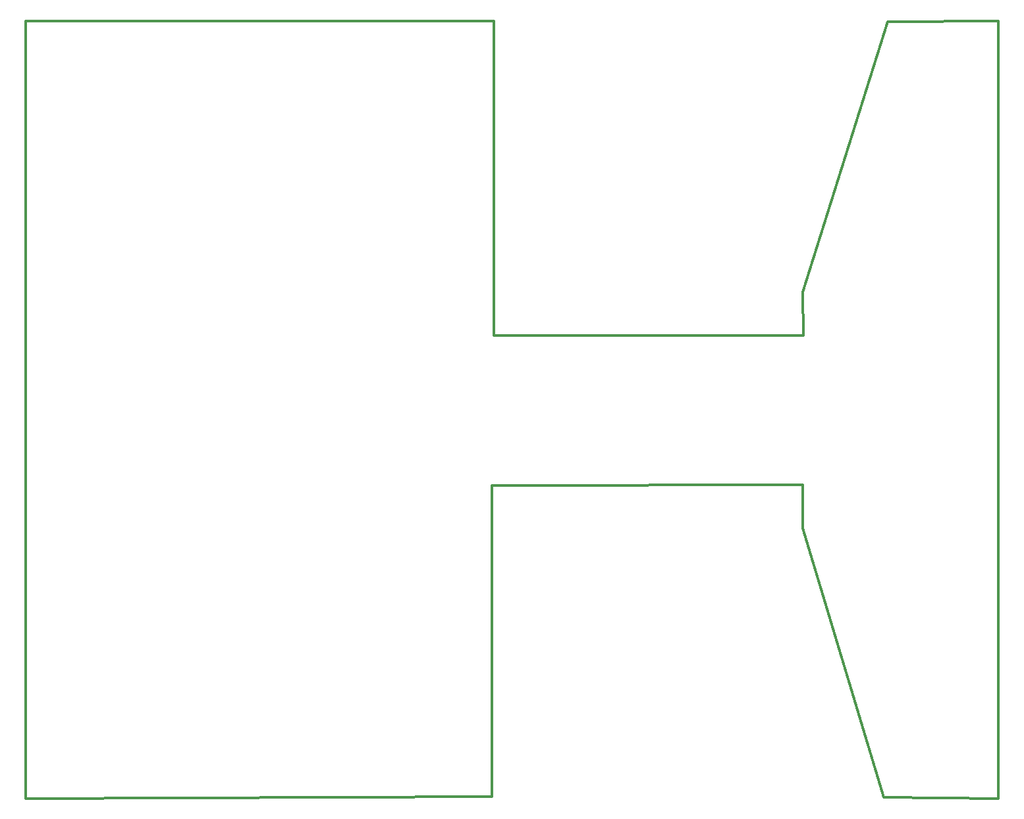
<source format=gko>
G04 Layer: BoardOutlineLayer*
G04 EasyEDA v6.5.42, 2024-03-09 14:26:13*
G04 86abbcd208f74741804ea8bf9407674b,eef5abb128bb431e85b49fc667c07292,10*
G04 Gerber Generator version 0.2*
G04 Scale: 100 percent, Rotated: No, Reflected: No *
G04 Dimensions in millimeters *
G04 leading zeros omitted , absolute positions ,4 integer and 5 decimal *
%FSLAX45Y45*%
%MOMM*%

%ADD10C,0.3000*%
D10*
X25Y-50D02*
G01*
X6019825Y-50D01*
X6019825Y-4051350D01*
X10002799Y-4051350D01*
X9994900Y-3492500D01*
X11087125Y-12750D01*
X12509525Y-50D01*
X12509525Y-10007650D01*
X11036325Y-9994950D01*
X9994925Y-6527850D01*
X9994925Y-5969050D01*
X5994425Y-5981750D01*
X5994425Y-9982250D01*
X25Y-10007650D01*
X25Y-50D01*

%LPD*%
M02*

</source>
